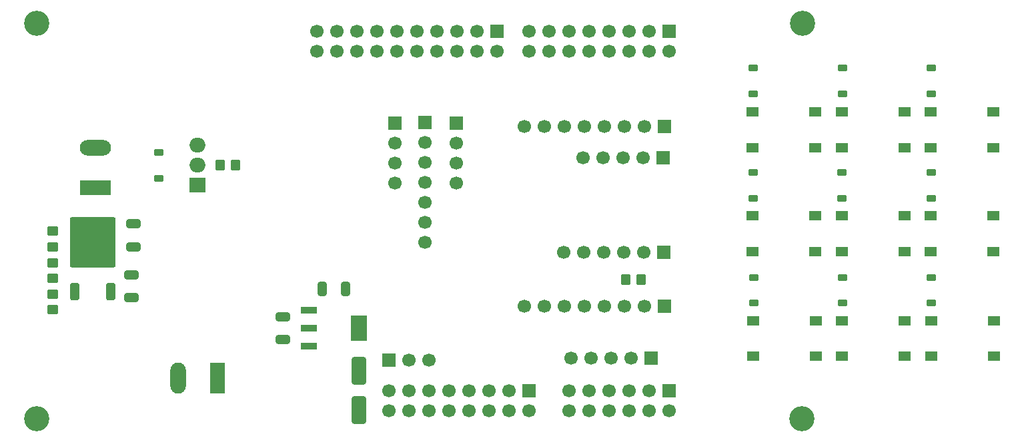
<source format=gbr>
%TF.GenerationSoftware,KiCad,Pcbnew,9.0.1*%
%TF.CreationDate,2025-05-05T17:36:54+02:00*%
%TF.ProjectId,Geocachingbox,47656f63-6163-4686-996e-67626f782e6b,rev?*%
%TF.SameCoordinates,Original*%
%TF.FileFunction,Soldermask,Top*%
%TF.FilePolarity,Negative*%
%FSLAX46Y46*%
G04 Gerber Fmt 4.6, Leading zero omitted, Abs format (unit mm)*
G04 Created by KiCad (PCBNEW 9.0.1) date 2025-05-05 17:36:54*
%MOMM*%
%LPD*%
G01*
G04 APERTURE LIST*
G04 Aperture macros list*
%AMRoundRect*
0 Rectangle with rounded corners*
0 $1 Rounding radius*
0 $2 $3 $4 $5 $6 $7 $8 $9 X,Y pos of 4 corners*
0 Add a 4 corners polygon primitive as box body*
4,1,4,$2,$3,$4,$5,$6,$7,$8,$9,$2,$3,0*
0 Add four circle primitives for the rounded corners*
1,1,$1+$1,$2,$3*
1,1,$1+$1,$4,$5*
1,1,$1+$1,$6,$7*
1,1,$1+$1,$8,$9*
0 Add four rect primitives between the rounded corners*
20,1,$1+$1,$2,$3,$4,$5,0*
20,1,$1+$1,$4,$5,$6,$7,0*
20,1,$1+$1,$6,$7,$8,$9,0*
20,1,$1+$1,$8,$9,$2,$3,0*%
G04 Aperture macros list end*
%ADD10RoundRect,0.225000X-0.375000X0.225000X-0.375000X-0.225000X0.375000X-0.225000X0.375000X0.225000X0*%
%ADD11R,1.700000X1.700000*%
%ADD12C,1.700000*%
%ADD13RoundRect,0.250000X0.650000X-1.500000X0.650000X1.500000X-0.650000X1.500000X-0.650000X-1.500000X0*%
%ADD14RoundRect,0.250000X0.325000X0.650000X-0.325000X0.650000X-0.325000X-0.650000X0.325000X-0.650000X0*%
%ADD15R,1.980000X3.960000*%
%ADD16O,1.980000X3.960000*%
%ADD17R,1.550000X1.300000*%
%ADD18C,3.200000*%
%ADD19R,3.960000X1.980000*%
%ADD20O,3.960000X1.980000*%
%ADD21R,2.000000X1.905000*%
%ADD22O,2.000000X1.905000*%
%ADD23RoundRect,0.250000X-0.450000X0.350000X-0.450000X-0.350000X0.450000X-0.350000X0.450000X0.350000X0*%
%ADD24RoundRect,0.250000X0.450000X-0.350000X0.450000X0.350000X-0.450000X0.350000X-0.450000X-0.350000X0*%
%ADD25RoundRect,0.250000X-0.650000X0.325000X-0.650000X-0.325000X0.650000X-0.325000X0.650000X0.325000X0*%
%ADD26R,2.054151X0.953389*%
%ADD27R,2.054151X3.212132*%
%ADD28RoundRect,0.250000X0.350000X0.450000X-0.350000X0.450000X-0.350000X-0.450000X0.350000X-0.450000X0*%
%ADD29RoundRect,0.250000X0.650000X-0.325000X0.650000X0.325000X-0.650000X0.325000X-0.650000X-0.325000X0*%
%ADD30RoundRect,0.225000X0.375000X-0.225000X0.375000X0.225000X-0.375000X0.225000X-0.375000X-0.225000X0*%
%ADD31RoundRect,0.250000X0.350000X-0.850000X0.350000X0.850000X-0.350000X0.850000X-0.350000X-0.850000X0*%
%ADD32RoundRect,0.249997X2.650003X-2.950003X2.650003X2.950003X-2.650003X2.950003X-2.650003X-2.950003X0*%
G04 APERTURE END LIST*
D10*
%TO.C,D10*%
X203100000Y-99430000D03*
X203100000Y-102730000D03*
%TD*%
D11*
%TO.C,J9*%
X134260000Y-110000000D03*
D12*
X136800000Y-110000000D03*
X139340000Y-110000000D03*
%TD*%
D13*
%TO.C,D11*%
X130400000Y-116300000D03*
X130400000Y-111300000D03*
%TD*%
D14*
%TO.C,C3*%
X128750000Y-100900000D03*
X125800000Y-100900000D03*
%TD*%
D15*
%TO.C,3BAT1*%
X112500000Y-112235000D03*
D16*
X107500000Y-112235000D03*
%TD*%
D11*
%TO.C,J3*%
X169800000Y-113890000D03*
D12*
X169800000Y-116430000D03*
X167260000Y-113890000D03*
X167260000Y-116430000D03*
X164720000Y-113890000D03*
X164720000Y-116430000D03*
X162180000Y-113890000D03*
X162180000Y-116430000D03*
X159640000Y-113890000D03*
X159640000Y-116430000D03*
X157100000Y-113890000D03*
X157100000Y-116430000D03*
%TD*%
D17*
%TO.C,SW3*%
X203020000Y-78430000D03*
X210980000Y-78430000D03*
X203020000Y-82930000D03*
X210980000Y-82930000D03*
%TD*%
%TO.C,SW8*%
X191730000Y-104980000D03*
X199690000Y-104980000D03*
X191730000Y-109480000D03*
X199690000Y-109480000D03*
%TD*%
D11*
%TO.C,J2*%
X147956000Y-68145000D03*
D12*
X147956000Y-70685000D03*
X145416000Y-68145000D03*
X145416000Y-70685000D03*
X142876000Y-68145000D03*
X142876000Y-70685000D03*
X140336000Y-68145000D03*
X140336000Y-70685000D03*
X137796000Y-68145000D03*
X137796000Y-70685000D03*
X135256000Y-68145000D03*
X135256000Y-70685000D03*
X132716000Y-68145000D03*
X132716000Y-70685000D03*
X130176000Y-68145000D03*
X130176000Y-70685000D03*
X127636000Y-68145000D03*
X127636000Y-70685000D03*
X125096000Y-68145000D03*
X125096000Y-70685000D03*
%TD*%
D18*
%TO.C,H2*%
X89568985Y-67129000D03*
%TD*%
D11*
%TO.C,J10*%
X142800000Y-79800000D03*
D12*
X142800000Y-82340000D03*
X142800000Y-84880000D03*
X142800000Y-87420000D03*
%TD*%
D11*
%TO.C,J7*%
X169120000Y-96235000D03*
D12*
X166580000Y-96235000D03*
X164040000Y-96235000D03*
X161500000Y-96235000D03*
X158960000Y-96235000D03*
X156420000Y-96235000D03*
%TD*%
D11*
%TO.C,J5*%
X169160000Y-103095000D03*
D12*
X166620000Y-103095000D03*
X164080000Y-103095000D03*
X161540000Y-103095000D03*
X159000000Y-103095000D03*
X156460000Y-103095000D03*
X153920000Y-103095000D03*
X151380000Y-103095000D03*
%TD*%
D19*
%TO.C,J8*%
X97000000Y-88000000D03*
D20*
X97000000Y-83000000D03*
%TD*%
D10*
%TO.C,D6*%
X203050000Y-86080000D03*
X203050000Y-89380000D03*
%TD*%
%TO.C,D4*%
X191750000Y-86080000D03*
X191750000Y-89380000D03*
%TD*%
D21*
%TO.C,Q1*%
X109945000Y-87740000D03*
D22*
X109945000Y-85200000D03*
X109945000Y-82660000D03*
%TD*%
D10*
%TO.C,D7*%
X180550000Y-99430000D03*
X180550000Y-102730000D03*
%TD*%
D17*
%TO.C,SW6*%
X203010000Y-91630000D03*
X210970000Y-91630000D03*
X203010000Y-96130000D03*
X210970000Y-96130000D03*
%TD*%
%TO.C,SW5*%
X191710000Y-91630000D03*
X199670000Y-91630000D03*
X191710000Y-96130000D03*
X199670000Y-96130000D03*
%TD*%
%TO.C,SW7*%
X180420000Y-104980000D03*
X188380000Y-104980000D03*
X180420000Y-109480000D03*
X188380000Y-109480000D03*
%TD*%
D10*
%TO.C,D8*%
X203100000Y-72830000D03*
X203100000Y-76130000D03*
%TD*%
D23*
%TO.C,R3*%
X91590000Y-101575000D03*
X91590000Y-103575000D03*
%TD*%
D24*
%TO.C,R5*%
X91590000Y-99575000D03*
X91590000Y-97575000D03*
%TD*%
D10*
%TO.C,D9*%
X191800000Y-99430000D03*
X191800000Y-102730000D03*
%TD*%
%TO.C,D5*%
X191800000Y-72830000D03*
X191800000Y-76130000D03*
%TD*%
D11*
%TO.C,J6*%
X169160000Y-80235000D03*
D12*
X166620000Y-80235000D03*
X164080000Y-80235000D03*
X161540000Y-80235000D03*
X159000000Y-80235000D03*
X156460000Y-80235000D03*
X153920000Y-80235000D03*
X151380000Y-80235000D03*
%TD*%
D11*
%TO.C,J13*%
X135000000Y-79800000D03*
D12*
X135000000Y-82340000D03*
X135000000Y-84880000D03*
X135000000Y-87420000D03*
%TD*%
D17*
%TO.C,SW4*%
X180400000Y-91630000D03*
X188360000Y-91630000D03*
X180400000Y-96130000D03*
X188360000Y-96130000D03*
%TD*%
%TO.C,SW9*%
X203030000Y-104980000D03*
X210990000Y-104980000D03*
X203030000Y-109480000D03*
X210990000Y-109480000D03*
%TD*%
D11*
%TO.C,J4*%
X152019000Y-113890000D03*
D12*
X152019000Y-116430000D03*
X149479000Y-113890000D03*
X149479000Y-116430000D03*
X146939000Y-113890000D03*
X146939000Y-116430000D03*
X144399000Y-113890000D03*
X144399000Y-116430000D03*
X141859000Y-113890000D03*
X141859000Y-116430000D03*
X139319000Y-113890000D03*
X139319000Y-116430000D03*
X136779000Y-113890000D03*
X136779000Y-116430000D03*
X134239000Y-113890000D03*
X134239000Y-116430000D03*
%TD*%
D18*
%TO.C,H1*%
X89568000Y-117446000D03*
%TD*%
D11*
%TO.C,J1*%
X169800000Y-68145000D03*
D12*
X169800000Y-70685000D03*
X167260000Y-68145000D03*
X167260000Y-70685000D03*
X164720000Y-68145000D03*
X164720000Y-70685000D03*
X162180000Y-68145000D03*
X162180000Y-70685000D03*
X159640000Y-68145000D03*
X159640000Y-70685000D03*
X157100000Y-68145000D03*
X157100000Y-70685000D03*
X154560000Y-68145000D03*
X154560000Y-70685000D03*
X152020000Y-68145000D03*
X152020000Y-70685000D03*
%TD*%
D17*
%TO.C,SW1*%
X180410000Y-78430000D03*
X188370000Y-78430000D03*
X180410000Y-82930000D03*
X188370000Y-82930000D03*
%TD*%
D25*
%TO.C,C2*%
X101800000Y-92600000D03*
X101800000Y-95550000D03*
%TD*%
D23*
%TO.C,R4*%
X91590000Y-93575000D03*
X91590000Y-95575000D03*
%TD*%
D26*
%TO.C,U5*%
X124100000Y-103600000D03*
X124100000Y-105900000D03*
X124100000Y-108200000D03*
D27*
X130450000Y-105900000D03*
%TD*%
D28*
%TO.C,R2*%
X166250000Y-99735000D03*
X164250000Y-99735000D03*
%TD*%
D11*
%TO.C,J11*%
X169040000Y-84235000D03*
D12*
X166500000Y-84235000D03*
X163960000Y-84235000D03*
X161420000Y-84235000D03*
X158880000Y-84235000D03*
%TD*%
D10*
%TO.C,D2*%
X180500000Y-72830000D03*
X180500000Y-76130000D03*
%TD*%
D29*
%TO.C,C1*%
X120775000Y-107375000D03*
X120775000Y-104425000D03*
%TD*%
D11*
%TO.C,J12*%
X167500000Y-109735000D03*
D12*
X164960000Y-109735000D03*
X162420000Y-109735000D03*
X159880000Y-109735000D03*
X157340000Y-109735000D03*
%TD*%
D18*
%TO.C,H4*%
X186690000Y-67129000D03*
%TD*%
%TO.C,H3*%
X186680000Y-117446000D03*
%TD*%
D30*
%TO.C,D1*%
X105000000Y-86850000D03*
X105000000Y-83550000D03*
%TD*%
D11*
%TO.C,J14*%
X138800000Y-79760000D03*
D12*
X138800000Y-82300000D03*
X138800000Y-84840000D03*
X138800000Y-87380000D03*
X138800000Y-89920000D03*
X138800000Y-92460000D03*
X138800000Y-95000000D03*
%TD*%
D31*
%TO.C,U3*%
X94382500Y-101275000D03*
D32*
X96662500Y-94975000D03*
D31*
X98942500Y-101275000D03*
%TD*%
D17*
%TO.C,SW2*%
X191720000Y-78430000D03*
X199680000Y-78430000D03*
X191720000Y-82930000D03*
X199680000Y-82930000D03*
%TD*%
D28*
%TO.C,R1*%
X114800000Y-85200000D03*
X112800000Y-85200000D03*
%TD*%
D29*
%TO.C,C4*%
X101590000Y-102050000D03*
X101590000Y-99100000D03*
%TD*%
D10*
%TO.C,D3*%
X180450000Y-86080000D03*
X180450000Y-89380000D03*
%TD*%
M02*

</source>
